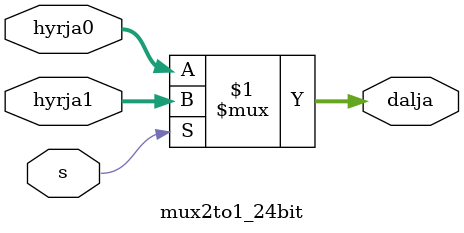
<source format=v>
`timescale 1ns / 1ps


module mux2to1_24bit(
input [23:0] hyrja0,
input [23:0] hyrja1,
input s,
output [23:0] dalja
    );
    
 assign dalja= s ? hyrja1 : hyrja0;   
    
endmodule

</source>
